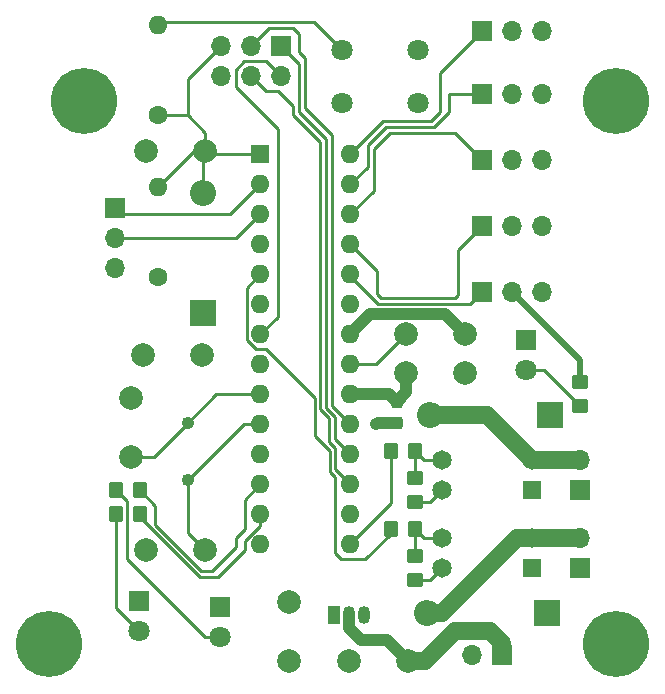
<source format=gbr>
%TF.GenerationSoftware,KiCad,Pcbnew,7.0.7*%
%TF.CreationDate,2023-09-24T14:06:49+13:00*%
%TF.ProjectId,MAIN BOARD,4d41494e-2042-44f4-9152-442e6b696361,rev?*%
%TF.SameCoordinates,Original*%
%TF.FileFunction,Copper,L1,Top*%
%TF.FilePolarity,Positive*%
%FSLAX46Y46*%
G04 Gerber Fmt 4.6, Leading zero omitted, Abs format (unit mm)*
G04 Created by KiCad (PCBNEW 7.0.7) date 2023-09-24 14:06:49*
%MOMM*%
%LPD*%
G01*
G04 APERTURE LIST*
G04 Aperture macros list*
%AMRoundRect*
0 Rectangle with rounded corners*
0 $1 Rounding radius*
0 $2 $3 $4 $5 $6 $7 $8 $9 X,Y pos of 4 corners*
0 Add a 4 corners polygon primitive as box body*
4,1,4,$2,$3,$4,$5,$6,$7,$8,$9,$2,$3,0*
0 Add four circle primitives for the rounded corners*
1,1,$1+$1,$2,$3*
1,1,$1+$1,$4,$5*
1,1,$1+$1,$6,$7*
1,1,$1+$1,$8,$9*
0 Add four rect primitives between the rounded corners*
20,1,$1+$1,$2,$3,$4,$5,0*
20,1,$1+$1,$4,$5,$6,$7,0*
20,1,$1+$1,$6,$7,$8,$9,0*
20,1,$1+$1,$8,$9,$2,$3,0*%
G04 Aperture macros list end*
%TA.AperFunction,ComponentPad*%
%ADD10C,2.000000*%
%TD*%
%TA.AperFunction,ComponentPad*%
%ADD11R,1.700000X1.700000*%
%TD*%
%TA.AperFunction,ComponentPad*%
%ADD12O,1.700000X1.700000*%
%TD*%
%TA.AperFunction,ComponentPad*%
%ADD13R,1.800000X1.800000*%
%TD*%
%TA.AperFunction,ComponentPad*%
%ADD14C,1.800000*%
%TD*%
%TA.AperFunction,ComponentPad*%
%ADD15R,2.200000X2.200000*%
%TD*%
%TA.AperFunction,ComponentPad*%
%ADD16O,2.200000X2.200000*%
%TD*%
%TA.AperFunction,ComponentPad*%
%ADD17C,5.600000*%
%TD*%
%TA.AperFunction,SMDPad,CuDef*%
%ADD18RoundRect,0.250000X-0.350000X-0.450000X0.350000X-0.450000X0.350000X0.450000X-0.350000X0.450000X0*%
%TD*%
%TA.AperFunction,SMDPad,CuDef*%
%ADD19RoundRect,0.250000X0.350000X0.450000X-0.350000X0.450000X-0.350000X-0.450000X0.350000X-0.450000X0*%
%TD*%
%TA.AperFunction,ComponentPad*%
%ADD20R,1.600000X1.600000*%
%TD*%
%TA.AperFunction,ComponentPad*%
%ADD21O,1.600000X1.600000*%
%TD*%
%TA.AperFunction,ComponentPad*%
%ADD22R,1.650000X1.650000*%
%TD*%
%TA.AperFunction,ComponentPad*%
%ADD23C,1.650000*%
%TD*%
%TA.AperFunction,ComponentPad*%
%ADD24C,1.600000*%
%TD*%
%TA.AperFunction,SMDPad,CuDef*%
%ADD25RoundRect,0.250000X-0.450000X0.350000X-0.450000X-0.350000X0.450000X-0.350000X0.450000X0.350000X0*%
%TD*%
%TA.AperFunction,ComponentPad*%
%ADD26C,1.080000*%
%TD*%
%TA.AperFunction,ComponentPad*%
%ADD27R,1.050000X1.500000*%
%TD*%
%TA.AperFunction,ComponentPad*%
%ADD28O,1.050000X1.500000*%
%TD*%
%TA.AperFunction,SMDPad,CuDef*%
%ADD29RoundRect,0.237500X0.237500X-0.287500X0.237500X0.287500X-0.237500X0.287500X-0.237500X-0.287500X0*%
%TD*%
%TA.AperFunction,ViaPad*%
%ADD30C,1.000000*%
%TD*%
%TA.AperFunction,Conductor*%
%ADD31C,1.000000*%
%TD*%
%TA.AperFunction,Conductor*%
%ADD32C,0.250000*%
%TD*%
%TA.AperFunction,Conductor*%
%ADD33C,0.500000*%
%TD*%
%TA.AperFunction,Conductor*%
%ADD34C,1.500000*%
%TD*%
G04 APERTURE END LIST*
D10*
%TO.P,C7,1*%
%TO.N,V+*%
X157440000Y-122428000D03*
%TO.P,C7,2*%
%TO.N,GND*%
X152440000Y-122428000D03*
%TD*%
D11*
%TO.P,J6,1,Pin_1*%
%TO.N,V+*%
X165359000Y-121920000D03*
D12*
%TO.P,J6,2,Pin_2*%
%TO.N,GND*%
X162819000Y-121920000D03*
%TD*%
D10*
%TO.P,C6,1*%
%TO.N,GND*%
X162266000Y-94742000D03*
%TO.P,C6,2*%
%TO.N,Net-(U1-AREF)*%
X157266000Y-94742000D03*
%TD*%
D13*
%TO.P,D3,1,K*%
%TO.N,GND*%
X134620000Y-117343000D03*
D14*
%TO.P,D3,2,A*%
%TO.N,Net-(D3-A)*%
X134620000Y-119883000D03*
%TD*%
D11*
%TO.P,J9,1,Pin_1*%
%TO.N,/RX*%
X132588000Y-84089000D03*
D12*
%TO.P,J9,2,Pin_2*%
%TO.N,/TX*%
X132588000Y-86629000D03*
%TO.P,J9,3,Pin_3*%
%TO.N,GND*%
X132588000Y-89169000D03*
%TD*%
D10*
%TO.P,C2,1*%
%TO.N,/X1*%
X133948000Y-105124000D03*
%TO.P,C2,2*%
%TO.N,GND*%
X133948000Y-100124000D03*
%TD*%
D11*
%TO.P,J8,1,Pin_1*%
%TO.N,V+*%
X171958000Y-114559000D03*
D12*
%TO.P,J8,2,Pin_2*%
%TO.N,Net-(D1-A)*%
X171958000Y-112019000D03*
%TD*%
D15*
%TO.P,D1,1,K*%
%TO.N,V+*%
X169164000Y-118364000D03*
D16*
%TO.P,D1,2,A*%
%TO.N,Net-(D1-A)*%
X159004000Y-118364000D03*
%TD*%
D17*
%TO.P,REF\u002A\u002A,1*%
%TO.N,N/C*%
X130000000Y-75000000D03*
%TD*%
%TO.P,REF\u002A\u002A,1*%
%TO.N,N/C*%
X127000000Y-121000000D03*
%TD*%
D11*
%TO.P,J1,1,Pin_1*%
%TO.N,/ADC1*%
X163666000Y-91194000D03*
D12*
%TO.P,J1,2,Pin_2*%
%TO.N,Vdd*%
X166206000Y-91194000D03*
%TO.P,J1,3,Pin_3*%
%TO.N,GND*%
X168746000Y-91194000D03*
%TD*%
D18*
%TO.P,R8,1*%
%TO.N,/PWMR*%
X155972000Y-111252000D03*
%TO.P,R8,2*%
%TO.N,Net-(Q4-Pad3)*%
X157972000Y-111252000D03*
%TD*%
D15*
%TO.P,D5,1,K*%
%TO.N,V+*%
X169418000Y-101600000D03*
D16*
%TO.P,D5,2,A*%
%TO.N,Net-(D5-A)*%
X159258000Y-101600000D03*
%TD*%
D13*
%TO.P,D6,1,K*%
%TO.N,GND*%
X167386000Y-95250000D03*
D14*
%TO.P,D6,2,A*%
%TO.N,Net-(D6-A)*%
X167386000Y-97790000D03*
%TD*%
D10*
%TO.P,C1,1*%
%TO.N,/AVCC*%
X157266000Y-98044000D03*
%TO.P,C1,2*%
%TO.N,GND*%
X162266000Y-98044000D03*
%TD*%
D18*
%TO.P,R6,1*%
%TO.N,/PWML*%
X155972000Y-104648000D03*
%TO.P,R6,2*%
%TO.N,Net-(Q3-Pad3)*%
X157972000Y-104648000D03*
%TD*%
D19*
%TO.P,R4,1*%
%TO.N,/LEDR*%
X134694000Y-109990000D03*
%TO.P,R4,2*%
%TO.N,Net-(D3-A)*%
X132694000Y-109990000D03*
%TD*%
D17*
%TO.P,REF\u002A\u002A,1*%
%TO.N,N/C*%
X175000000Y-121000000D03*
%TD*%
D20*
%TO.P,U1,1,~{RESET}/PC6*%
%TO.N,/RESET*%
X144880000Y-79520000D03*
D21*
%TO.P,U1,2,PD0*%
%TO.N,/RX*%
X144880000Y-82060000D03*
%TO.P,U1,3,PD1*%
%TO.N,/TX*%
X144880000Y-84600000D03*
%TO.P,U1,4,PD2*%
%TO.N,unconnected-(U1-PD2-Pad4)*%
X144880000Y-87140000D03*
%TO.P,U1,5,PD3*%
%TO.N,/PWMR*%
X144880000Y-89680000D03*
%TO.P,U1,6,PD4*%
%TO.N,unconnected-(U1-PD4-Pad6)*%
X144880000Y-92220000D03*
%TO.P,U1,7,VCC*%
%TO.N,Vdd*%
X144880000Y-94760000D03*
%TO.P,U1,8,GND*%
%TO.N,GND*%
X144880000Y-97300000D03*
%TO.P,U1,9,XTAL1/PB6*%
%TO.N,/X1*%
X144880000Y-99840000D03*
%TO.P,U1,10,XTAL2/PB7*%
%TO.N,/X2*%
X144880000Y-102380000D03*
%TO.P,U1,11,PD5*%
%TO.N,unconnected-(U1-PD5-Pad11)*%
X144880000Y-104920000D03*
%TO.P,U1,12,PD6*%
%TO.N,/LEDG*%
X144880000Y-107460000D03*
%TO.P,U1,13,PD7*%
%TO.N,/LEDR*%
X144880000Y-110000000D03*
%TO.P,U1,14,PB0*%
%TO.N,unconnected-(U1-PB0-Pad14)*%
X144880000Y-112540000D03*
%TO.P,U1,15,PB1*%
%TO.N,/PWML*%
X152500000Y-112540000D03*
%TO.P,U1,16,PB2*%
%TO.N,unconnected-(U1-PB2-Pad16)*%
X152500000Y-110000000D03*
%TO.P,U1,17,PB3*%
%TO.N,/MOSI*%
X152500000Y-107460000D03*
%TO.P,U1,18,PB4*%
%TO.N,/MISO*%
X152500000Y-104920000D03*
%TO.P,U1,19,PB5*%
%TO.N,/SCK*%
X152500000Y-102380000D03*
%TO.P,U1,20,AVCC*%
%TO.N,/AVCC*%
X152500000Y-99840000D03*
%TO.P,U1,21,AREF*%
%TO.N,Net-(U1-AREF)*%
X152500000Y-97300000D03*
%TO.P,U1,22,GND*%
%TO.N,GND*%
X152500000Y-94760000D03*
%TO.P,U1,23,PC0*%
%TO.N,unconnected-(U1-PC0-Pad23)*%
X152500000Y-92220000D03*
%TO.P,U1,24,PC1*%
%TO.N,/ADC1*%
X152500000Y-89680000D03*
%TO.P,U1,25,PC2*%
%TO.N,/ADC2*%
X152500000Y-87140000D03*
%TO.P,U1,26,PC3*%
%TO.N,/ADC3*%
X152500000Y-84600000D03*
%TO.P,U1,27,PC4*%
%TO.N,/ADC4*%
X152500000Y-82060000D03*
%TO.P,U1,28,PC5*%
%TO.N,/ADC5*%
X152500000Y-79520000D03*
%TD*%
D10*
%TO.P,C3,1*%
%TO.N,/X2*%
X140258000Y-113038000D03*
%TO.P,C3,2*%
%TO.N,GND*%
X135258000Y-113038000D03*
%TD*%
D22*
%TO.P,Q3,1*%
%TO.N,unconnected-(Q3-Pad1)*%
X167894000Y-107950000D03*
D23*
%TO.P,Q3,2*%
%TO.N,Net-(D5-A)*%
X167894000Y-105410000D03*
%TO.P,Q3,3*%
%TO.N,Net-(Q3-Pad3)*%
X160274000Y-105410000D03*
%TO.P,Q3,4*%
%TO.N,GND*%
X160274000Y-107950000D03*
%TD*%
D11*
%TO.P,J5,1,Pin_1*%
%TO.N,/ADC5*%
X163666000Y-69096000D03*
D12*
%TO.P,J5,2,Pin_2*%
%TO.N,Vdd*%
X166206000Y-69096000D03*
%TO.P,J5,3,Pin_3*%
%TO.N,GND*%
X168746000Y-69096000D03*
%TD*%
D24*
%TO.P,R2,1*%
%TO.N,/RESET*%
X136234000Y-76208000D03*
D21*
%TO.P,R2,2*%
%TO.N,Net-(R2-Pad2)*%
X136234000Y-68588000D03*
%TD*%
D10*
%TO.P,C5,1*%
%TO.N,/RESET*%
X140258000Y-79256000D03*
%TO.P,C5,2*%
%TO.N,GND*%
X135258000Y-79256000D03*
%TD*%
D25*
%TO.P,R5,1*%
%TO.N,Vdd*%
X171958000Y-98822000D03*
%TO.P,R5,2*%
%TO.N,Net-(D6-A)*%
X171958000Y-100822000D03*
%TD*%
D10*
%TO.P,C4,1*%
%TO.N,GND*%
X135004000Y-96528000D03*
%TO.P,C4,2*%
%TO.N,Vdd*%
X140004000Y-96528000D03*
%TD*%
D13*
%TO.P,D2,1,K*%
%TO.N,GND*%
X141478000Y-117851000D03*
D14*
%TO.P,D2,2,A*%
%TO.N,Net-(D2-A)*%
X141478000Y-120391000D03*
%TD*%
D24*
%TO.P,R1,1*%
%TO.N,Vdd*%
X136234000Y-89924000D03*
D21*
%TO.P,R1,2*%
%TO.N,/RESET*%
X136234000Y-82304000D03*
%TD*%
D26*
%TO.P,Y1,1*%
%TO.N,/X1*%
X138774000Y-102216000D03*
%TO.P,Y1,2*%
%TO.N,/X2*%
X138774000Y-107096000D03*
%TD*%
D11*
%TO.P,J3,1,Pin_1*%
%TO.N,/ADC3*%
X163666000Y-80018000D03*
D12*
%TO.P,J3,2,Pin_2*%
%TO.N,Vdd*%
X166206000Y-80018000D03*
%TO.P,J3,3,Pin_3*%
%TO.N,GND*%
X168746000Y-80018000D03*
%TD*%
D25*
%TO.P,R7,1*%
%TO.N,Net-(Q3-Pad3)*%
X157988000Y-106950000D03*
%TO.P,R7,2*%
%TO.N,GND*%
X157988000Y-108950000D03*
%TD*%
D15*
%TO.P,D4,1,K*%
%TO.N,Vdd*%
X140044000Y-92972000D03*
D16*
%TO.P,D4,2,A*%
%TO.N,/RESET*%
X140044000Y-82812000D03*
%TD*%
D11*
%TO.P,J7,1,Pin_1*%
%TO.N,V+*%
X171958000Y-107955000D03*
D12*
%TO.P,J7,2,Pin_2*%
%TO.N,Net-(D5-A)*%
X171958000Y-105415000D03*
%TD*%
D27*
%TO.P,U2,1,GND*%
%TO.N,GND*%
X151130000Y-118470000D03*
D28*
%TO.P,U2,2,VI*%
%TO.N,V+*%
X152400000Y-118470000D03*
%TO.P,U2,3,VO*%
%TO.N,Vdd*%
X153670000Y-118470000D03*
%TD*%
D11*
%TO.P,J0,1,Pin_1*%
%TO.N,/MISO*%
X146648000Y-70366000D03*
D12*
%TO.P,J0,2,Pin_2*%
%TO.N,Vdd*%
X146648000Y-72906000D03*
%TO.P,J0,3,Pin_3*%
%TO.N,/SCK*%
X144108000Y-70366000D03*
%TO.P,J0,4,Pin_4*%
%TO.N,/MOSI*%
X144108000Y-72906000D03*
%TO.P,J0,5,Pin_5*%
%TO.N,/RESET*%
X141568000Y-70366000D03*
%TO.P,J0,6,Pin_6*%
%TO.N,GND*%
X141568000Y-72906000D03*
%TD*%
D10*
%TO.P,C8,1*%
%TO.N,Vdd*%
X147320000Y-117388000D03*
%TO.P,C8,2*%
%TO.N,GND*%
X147320000Y-122388000D03*
%TD*%
D25*
%TO.P,R9,1*%
%TO.N,Net-(Q4-Pad3)*%
X157988000Y-113554000D03*
%TO.P,R9,2*%
%TO.N,GND*%
X157988000Y-115554000D03*
%TD*%
D17*
%TO.P,REF\u002A\u002A,1*%
%TO.N,N/C*%
X175000000Y-75000000D03*
%TD*%
D11*
%TO.P,J2,1,Pin_1*%
%TO.N,/ADC2*%
X163666000Y-85606000D03*
D12*
%TO.P,J2,2,Pin_2*%
%TO.N,Vdd*%
X166206000Y-85606000D03*
%TO.P,J2,3,Pin_3*%
%TO.N,GND*%
X168746000Y-85606000D03*
%TD*%
D14*
%TO.P,S2,1,1*%
%TO.N,Net-(R2-Pad2)*%
X151780000Y-70656000D03*
%TO.P,S2,2,2*%
%TO.N,unconnected-(S2-Pad2)*%
X151780000Y-75156000D03*
%TO.P,S2,3,3*%
%TO.N,unconnected-(S2-Pad3)*%
X158280000Y-70656000D03*
%TO.P,S2,4,4*%
%TO.N,GND*%
X158280000Y-75156000D03*
%TD*%
D22*
%TO.P,Q4,1*%
%TO.N,unconnected-(Q4-Pad1)*%
X167894000Y-114554000D03*
D23*
%TO.P,Q4,2*%
%TO.N,Net-(D1-A)*%
X167894000Y-112014000D03*
%TO.P,Q4,3*%
%TO.N,Net-(Q4-Pad3)*%
X160274000Y-112014000D03*
%TO.P,Q4,4*%
%TO.N,GND*%
X160274000Y-114554000D03*
%TD*%
D11*
%TO.P,J4,1,Pin_1*%
%TO.N,/ADC4*%
X163666000Y-74430000D03*
D12*
%TO.P,J4,2,Pin_2*%
%TO.N,Vdd*%
X166206000Y-74430000D03*
%TO.P,J4,3,Pin_3*%
%TO.N,GND*%
X168746000Y-74430000D03*
%TD*%
D19*
%TO.P,R3,1*%
%TO.N,/LEDG*%
X134694000Y-107958000D03*
%TO.P,R3,2*%
%TO.N,Net-(D2-A)*%
X132694000Y-107958000D03*
%TD*%
D29*
%TO.P,FB1,1*%
%TO.N,Vdd*%
X156464000Y-102221000D03*
%TO.P,FB1,2*%
%TO.N,/AVCC*%
X156464000Y-100471000D03*
%TD*%
D30*
%TO.N,Vdd*%
X154686000Y-102362000D03*
%TD*%
D31*
%TO.N,Vdd*%
X156464000Y-102221000D02*
X154827000Y-102221000D01*
D32*
X143531149Y-71636000D02*
X142838000Y-72329149D01*
X146394000Y-93246000D02*
X144880000Y-94760000D01*
X142838000Y-73784000D02*
X146394000Y-77340000D01*
X146648000Y-72906000D02*
X145378000Y-71636000D01*
D33*
X166206000Y-91194000D02*
X171958000Y-96946000D01*
D32*
X145378000Y-71636000D02*
X143531149Y-71636000D01*
D33*
X171958000Y-96946000D02*
X171958000Y-98822000D01*
D32*
X146394000Y-77340000D02*
X146394000Y-93246000D01*
X142838000Y-72329149D02*
X142838000Y-73784000D01*
D31*
X154827000Y-102221000D02*
X154686000Y-102362000D01*
%TO.N,GND*%
X154218000Y-93042000D02*
X160566000Y-93042000D01*
D32*
X157988000Y-115554000D02*
X159274000Y-115554000D01*
X159274000Y-115554000D02*
X160274000Y-114554000D01*
D31*
X160566000Y-93042000D02*
X162266000Y-94742000D01*
D32*
X157988000Y-108950000D02*
X159274000Y-108950000D01*
D31*
X152500000Y-94760000D02*
X154218000Y-93042000D01*
D32*
X159274000Y-108950000D02*
X160274000Y-107950000D01*
%TO.N,/X1*%
X144880000Y-99840000D02*
X141150000Y-99840000D01*
X138774000Y-102216000D02*
X135866000Y-105124000D01*
X135866000Y-105124000D02*
X133948000Y-105124000D01*
X141150000Y-99840000D02*
X138774000Y-102216000D01*
%TO.N,/X2*%
X144880000Y-102380000D02*
X143490000Y-102380000D01*
X138774000Y-107096000D02*
X138774000Y-111554000D01*
X138774000Y-111554000D02*
X140258000Y-113038000D01*
X143490000Y-102380000D02*
X138774000Y-107096000D01*
%TO.N,/RESET*%
X140258000Y-77692000D02*
X140258000Y-79256000D01*
X136234000Y-82304000D02*
X139282000Y-79256000D01*
X136234000Y-76208000D02*
X138774000Y-76208000D01*
X141568000Y-70366000D02*
X138774000Y-73160000D01*
X139282000Y-79256000D02*
X140258000Y-79256000D01*
X140044000Y-79470000D02*
X140258000Y-79256000D01*
X140522000Y-79520000D02*
X140258000Y-79256000D01*
X144880000Y-79520000D02*
X140522000Y-79520000D01*
X140044000Y-82812000D02*
X140044000Y-79470000D01*
X138774000Y-73160000D02*
X138774000Y-76208000D01*
X138774000Y-76208000D02*
X140258000Y-77692000D01*
D31*
%TO.N,V+*%
X152400000Y-118470000D02*
X152400000Y-119634000D01*
X153416000Y-120650000D02*
X155662000Y-120650000D01*
D34*
X165359000Y-120909000D02*
X165359000Y-121920000D01*
D31*
X155662000Y-120650000D02*
X157440000Y-122428000D01*
D34*
X158854213Y-122428000D02*
X161394213Y-119888000D01*
D31*
X152400000Y-119634000D02*
X153416000Y-120650000D01*
D34*
X161394213Y-119888000D02*
X164338000Y-119888000D01*
X157440000Y-122428000D02*
X158854213Y-122428000D01*
X164338000Y-119888000D02*
X165359000Y-120909000D01*
%TO.N,Net-(D1-A)*%
X171953000Y-112014000D02*
X171958000Y-112019000D01*
X167894000Y-112014000D02*
X166624000Y-112014000D01*
X166624000Y-112014000D02*
X160274000Y-118364000D01*
X167894000Y-112014000D02*
X171953000Y-112014000D01*
X160274000Y-118364000D02*
X159004000Y-118364000D01*
D32*
%TO.N,Net-(D2-A)*%
X141478000Y-120391000D02*
X140205208Y-120391000D01*
X133619000Y-113804792D02*
X133619000Y-108883000D01*
X140205208Y-120391000D02*
X133619000Y-113804792D01*
X133619000Y-108883000D02*
X132694000Y-107958000D01*
%TO.N,Net-(D3-A)*%
X134620000Y-119883000D02*
X132694000Y-117957000D01*
X132694000Y-117957000D02*
X132694000Y-109990000D01*
D34*
%TO.N,Net-(D5-A)*%
X167894000Y-105410000D02*
X171953000Y-105410000D01*
X171953000Y-105410000D02*
X171958000Y-105415000D01*
X159258000Y-101600000D02*
X164084000Y-101600000D01*
X164084000Y-101600000D02*
X167894000Y-105410000D01*
D32*
%TO.N,Net-(D6-A)*%
X171958000Y-100822000D02*
X171942000Y-100822000D01*
X168910000Y-97790000D02*
X167386000Y-97790000D01*
X171942000Y-100822000D02*
X168910000Y-97790000D01*
%TO.N,/MISO*%
X150458000Y-100974396D02*
X151220000Y-101736396D01*
X148172000Y-71890000D02*
X148172000Y-75954000D01*
X146648000Y-70366000D02*
X148172000Y-71890000D01*
X148172000Y-75954000D02*
X150458000Y-78240000D01*
X151220000Y-103640000D02*
X152500000Y-104920000D01*
X150458000Y-78240000D02*
X150458000Y-100974396D01*
X151220000Y-101736396D02*
X151220000Y-103640000D01*
%TO.N,/SCK*%
X148680000Y-75574396D02*
X150966000Y-77860396D01*
X150966000Y-77860396D02*
X150966000Y-100846000D01*
X150966000Y-100846000D02*
X152500000Y-102380000D01*
X148172000Y-69350000D02*
X148172000Y-70874000D01*
X144108000Y-70366000D02*
X145632000Y-68842000D01*
X147664000Y-68842000D02*
X148172000Y-69350000D01*
X148172000Y-70874000D02*
X148680000Y-71382000D01*
X148680000Y-71382000D02*
X148680000Y-75574396D01*
X145632000Y-68842000D02*
X147664000Y-68842000D01*
%TO.N,/MOSI*%
X151220000Y-104402000D02*
X151220000Y-106180000D01*
X150710604Y-103892604D02*
X151220000Y-104402000D01*
X145378000Y-74176000D02*
X146394000Y-74176000D01*
X144108000Y-72906000D02*
X145378000Y-74176000D01*
X151220000Y-106180000D02*
X152500000Y-107460000D01*
X146394000Y-74176000D02*
X147664000Y-75446000D01*
X150710604Y-101863396D02*
X150710604Y-103892604D01*
X149950000Y-101102792D02*
X150710604Y-101863396D01*
X147664000Y-75446000D02*
X147664000Y-76208000D01*
X147664000Y-76208000D02*
X149950000Y-78494000D01*
X149950000Y-78494000D02*
X149950000Y-101102792D01*
%TO.N,/PWML*%
X152500000Y-112540000D02*
X155972000Y-109068000D01*
X155972000Y-109068000D02*
X155972000Y-104648000D01*
%TO.N,/PWMR*%
X143755000Y-95225991D02*
X144549009Y-96020000D01*
X155972000Y-111625000D02*
X155972000Y-111252000D01*
X149500000Y-103318396D02*
X150770000Y-104588396D01*
X143755000Y-90805000D02*
X143755000Y-95225991D01*
X145378000Y-96020000D02*
X149500000Y-100142000D01*
X150770000Y-104588396D02*
X150770000Y-106366396D01*
X151728000Y-113800000D02*
X153797000Y-113800000D01*
X150770000Y-106366396D02*
X151220000Y-106816396D01*
X144880000Y-89680000D02*
X143755000Y-90805000D01*
X153797000Y-113800000D02*
X155972000Y-111625000D01*
X151220000Y-113292000D02*
X151728000Y-113800000D01*
X151220000Y-106816396D02*
X151220000Y-113292000D01*
X144549009Y-96020000D02*
X145378000Y-96020000D01*
X149500000Y-100142000D02*
X149500000Y-103318396D01*
%TO.N,Net-(R2-Pad2)*%
X149458000Y-68334000D02*
X151780000Y-70656000D01*
X136234000Y-68588000D02*
X136488000Y-68334000D01*
X136488000Y-68334000D02*
X149458000Y-68334000D01*
%TO.N,/LEDG*%
X139910396Y-114816000D02*
X140806000Y-114816000D01*
X143600000Y-111260000D02*
X143600000Y-108740000D01*
X135980000Y-110885604D02*
X139910396Y-114816000D01*
X142838000Y-112784000D02*
X142838000Y-112022000D01*
X134694000Y-107958000D02*
X135980000Y-109244000D01*
X142838000Y-112022000D02*
X143600000Y-111260000D01*
X143600000Y-108740000D02*
X144880000Y-107460000D01*
X140806000Y-114816000D02*
X142838000Y-112784000D01*
X135980000Y-109244000D02*
X135980000Y-110885604D01*
%TO.N,/LEDR*%
X134694000Y-109990000D02*
X134694000Y-110236000D01*
X134694000Y-110236000D02*
X139782000Y-115324000D01*
X144870000Y-110959009D02*
X144870000Y-110010000D01*
X144870000Y-110010000D02*
X144880000Y-110000000D01*
X143600000Y-112229009D02*
X144870000Y-110959009D01*
X141314000Y-115324000D02*
X143600000Y-113038000D01*
X139782000Y-115324000D02*
X141314000Y-115324000D01*
X143600000Y-113038000D02*
X143600000Y-112229009D01*
%TO.N,/RX*%
X142358000Y-84582000D02*
X133081000Y-84582000D01*
X133081000Y-84582000D02*
X132588000Y-84089000D01*
X144880000Y-82060000D02*
X142358000Y-84582000D01*
%TO.N,/TX*%
X142851000Y-86629000D02*
X132588000Y-86629000D01*
X144880000Y-84600000D02*
X142851000Y-86629000D01*
%TO.N,/ADC1*%
X152500000Y-89808396D02*
X152500000Y-89680000D01*
X154893604Y-92202000D02*
X152500000Y-89808396D01*
X163666000Y-91194000D02*
X162658000Y-92202000D01*
X162658000Y-92202000D02*
X154893604Y-92202000D01*
%TO.N,/ADC2*%
X154776000Y-89416000D02*
X152500000Y-87140000D01*
X161634000Y-87638000D02*
X161634000Y-91448000D01*
X161634000Y-91448000D02*
X161388000Y-91694000D01*
X163666000Y-85606000D02*
X161634000Y-87638000D01*
X155149000Y-91694000D02*
X154776000Y-91321000D01*
X161388000Y-91694000D02*
X155149000Y-91694000D01*
X154776000Y-91321000D02*
X154776000Y-89416000D01*
%TO.N,/ADC3*%
X154522000Y-82578000D02*
X152500000Y-84600000D01*
X154522000Y-79066198D02*
X154522000Y-82578000D01*
X163666000Y-80018000D02*
X161380000Y-77732000D01*
X161380000Y-77732000D02*
X155856198Y-77732000D01*
X155856198Y-77732000D02*
X154522000Y-79066198D01*
%TO.N,/ADC4*%
X160872000Y-75954000D02*
X159602000Y-77224000D01*
X163666000Y-74430000D02*
X160872000Y-74430000D01*
X160872000Y-74430000D02*
X160872000Y-75954000D01*
X155538000Y-77224000D02*
X154014000Y-78748000D01*
X154014000Y-80546000D02*
X152500000Y-82060000D01*
X159602000Y-77224000D02*
X155538000Y-77224000D01*
X154014000Y-78748000D02*
X154014000Y-80546000D01*
%TO.N,/ADC5*%
X160110000Y-72652000D02*
X160110000Y-75954000D01*
X155304000Y-76716000D02*
X152500000Y-79520000D01*
X159348000Y-76716000D02*
X155304000Y-76716000D01*
X160110000Y-75954000D02*
X159348000Y-76716000D01*
X163666000Y-69096000D02*
X160110000Y-72652000D01*
%TO.N,Net-(U1-AREF)*%
X154708000Y-97300000D02*
X157266000Y-94742000D01*
X152500000Y-97300000D02*
X154708000Y-97300000D01*
D31*
%TO.N,/AVCC*%
X157266000Y-99669000D02*
X156464000Y-100471000D01*
D33*
X152518000Y-99822000D02*
X152500000Y-99840000D01*
D31*
X156464000Y-100471000D02*
X155833000Y-99840000D01*
X157266000Y-98044000D02*
X157266000Y-99669000D01*
X155833000Y-99840000D02*
X152500000Y-99840000D01*
D32*
%TO.N,Net-(Q3-Pad3)*%
X157988000Y-106950000D02*
X157988000Y-104664000D01*
X157988000Y-104664000D02*
X157972000Y-104648000D01*
X157972000Y-104648000D02*
X158734000Y-105410000D01*
X158734000Y-105410000D02*
X160274000Y-105410000D01*
%TO.N,Net-(Q4-Pad3)*%
X157972000Y-113538000D02*
X157988000Y-113554000D01*
X157972000Y-111252000D02*
X157972000Y-113538000D01*
X158734000Y-112014000D02*
X160274000Y-112014000D01*
X157972000Y-111252000D02*
X158734000Y-112014000D01*
%TD*%
M02*

</source>
